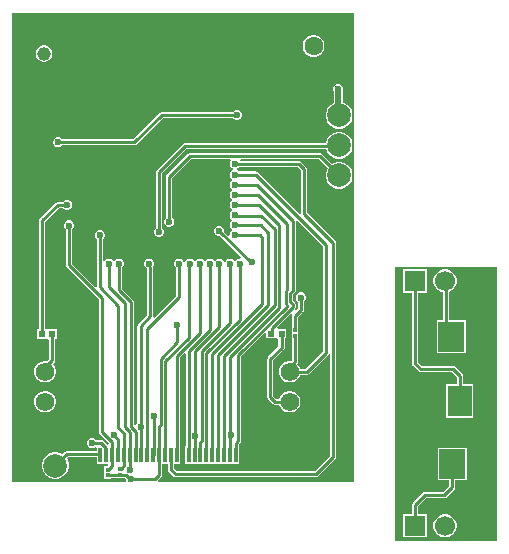
<source format=gtl>
G04*
G04 #@! TF.GenerationSoftware,Altium Limited,Altium Designer,24.2.2 (26)*
G04*
G04 Layer_Physical_Order=1*
G04 Layer_Color=255*
%FSLAX44Y44*%
%MOMM*%
G71*
G04*
G04 #@! TF.SameCoordinates,B64C3CBE-EE26-4C86-9773-21E75D238B38*
G04*
G04*
G04 #@! TF.FilePolarity,Positive*
G04*
G01*
G75*
%ADD10C,0.2540*%
%ADD14C,2.0000*%
%ADD15R,2.2000X2.5000*%
%ADD16R,1.2000X2.5000*%
%ADD17R,2.0000X2.5920*%
%ADD18R,0.3000X1.2000*%
%ADD19R,2.0000X1.8000*%
%ADD36R,0.3240X0.3031*%
%ADD37R,0.5657X0.5400*%
%ADD38C,0.5080*%
%ADD39C,1.6000*%
%ADD40R,1.7000X1.7000*%
%ADD41C,1.7000*%
%ADD42C,1.5748*%
%ADD43R,1.5748X1.5748*%
%ADD44C,1.1500*%
%ADD45C,1.5000*%
%ADD46C,0.6000*%
G36*
X332225Y171959D02*
X332225Y171958D01*
Y132588D01*
X332225Y132587D01*
Y91447D01*
X166177D01*
X165812Y92139D01*
X165721Y92717D01*
X168963Y95959D01*
X169525Y96799D01*
X169722Y97790D01*
Y107284D01*
X174565D01*
Y102245D01*
X174762Y101254D01*
X175324Y100414D01*
X179271Y96467D01*
X180111Y95905D01*
X181102Y95708D01*
X300228D01*
X301219Y95905D01*
X302059Y96467D01*
X316537Y110945D01*
X317099Y111785D01*
X317296Y112776D01*
Y294132D01*
X317099Y295123D01*
X316537Y295963D01*
X292658Y319843D01*
Y356870D01*
X292461Y357861D01*
X291899Y358701D01*
X287581Y363019D01*
X286741Y363581D01*
X285750Y363778D01*
X235745D01*
X235642Y363932D01*
X236321Y365202D01*
X301901D01*
X309941Y357162D01*
X309030Y355583D01*
X308262Y352717D01*
Y349750D01*
X309030Y346883D01*
X310514Y344313D01*
X312612Y342215D01*
X315182Y340731D01*
X318048Y339963D01*
X321016D01*
X323882Y340731D01*
X326452Y342215D01*
X328550Y344313D01*
X330034Y346883D01*
X330802Y349750D01*
Y352717D01*
X330034Y355583D01*
X328550Y358153D01*
X326452Y360252D01*
X323882Y361735D01*
X321016Y362503D01*
X318048D01*
X315182Y361735D01*
X313604Y360824D01*
X304805Y369623D01*
X303964Y370185D01*
X302973Y370382D01*
X193294D01*
X192303Y370185D01*
X191463Y369623D01*
X173937Y352097D01*
X173375Y351257D01*
X173178Y350266D01*
Y315615D01*
X172148Y314585D01*
X171498Y313015D01*
Y311317D01*
X172148Y309747D01*
X173349Y308546D01*
X174919Y307896D01*
X176617D01*
X178187Y308546D01*
X179388Y309747D01*
X180038Y311317D01*
Y313015D01*
X179388Y314585D01*
X178358Y315615D01*
Y349193D01*
X194367Y365202D01*
X227320D01*
X227846Y363932D01*
X227520Y363607D01*
X226870Y362037D01*
Y361679D01*
X226772Y361188D01*
X226870Y360696D01*
Y360339D01*
X227520Y358769D01*
X228721Y357568D01*
X229360Y357303D01*
Y355929D01*
X228721Y355664D01*
X227520Y354463D01*
X226870Y352893D01*
Y351195D01*
X227520Y349625D01*
X228721Y348424D01*
X229054Y348286D01*
Y346912D01*
X228721Y346774D01*
X227520Y345573D01*
X226870Y344003D01*
Y342305D01*
X227520Y340735D01*
X228721Y339534D01*
X228747Y339523D01*
Y338149D01*
X228721Y338138D01*
X227520Y336937D01*
X226870Y335367D01*
Y333669D01*
X227520Y332099D01*
X228557Y331063D01*
X228649Y330327D01*
X228557Y329591D01*
X227520Y328555D01*
X226870Y326985D01*
Y325287D01*
X227520Y323717D01*
X228721Y322516D01*
X228747Y322505D01*
Y321131D01*
X228721Y321120D01*
X227520Y319919D01*
X226870Y318349D01*
Y316651D01*
X227520Y315081D01*
X228377Y314224D01*
X228597Y313436D01*
X228377Y312648D01*
X227520Y311791D01*
X226870Y310221D01*
Y308523D01*
X227520Y306953D01*
X228721Y305752D01*
X228747Y305741D01*
Y304367D01*
X228721Y304356D01*
X227520Y303155D01*
X226870Y301585D01*
Y300812D01*
X225600Y300287D01*
X222202Y303685D01*
Y305141D01*
X221552Y306711D01*
X220351Y307912D01*
X218781Y308562D01*
X217083D01*
X215513Y307912D01*
X214312Y306711D01*
X213662Y305141D01*
Y303443D01*
X214312Y301873D01*
X215513Y300672D01*
X217083Y300022D01*
X218540D01*
X236416Y282146D01*
X235889Y280876D01*
X234863D01*
X233293Y280226D01*
X232257Y279189D01*
X231521Y279097D01*
X230786Y279189D01*
X229749Y280226D01*
X228179Y280876D01*
X226481D01*
X224911Y280226D01*
X223710Y279025D01*
X223445Y278386D01*
X222071D01*
X221806Y279025D01*
X220605Y280226D01*
X219035Y280876D01*
X217337D01*
X215767Y280226D01*
X215079Y279537D01*
X214249Y279167D01*
X213419Y279537D01*
X212731Y280226D01*
X211161Y280876D01*
X209463D01*
X207893Y280226D01*
X206856Y279189D01*
X206121Y279097D01*
X205385Y279189D01*
X204349Y280226D01*
X202779Y280876D01*
X201081D01*
X199511Y280226D01*
X198310Y279025D01*
X198172Y278692D01*
X196798D01*
X196660Y279025D01*
X195459Y280226D01*
X193889Y280876D01*
X192191D01*
X190621Y280226D01*
X189420Y279025D01*
X189155Y278386D01*
X187781D01*
X187516Y279025D01*
X186315Y280226D01*
X184745Y280876D01*
X183047D01*
X181477Y280226D01*
X180276Y279025D01*
X179626Y277455D01*
Y275757D01*
X180276Y274187D01*
X181477Y272986D01*
X181560Y272952D01*
Y249101D01*
X163314Y230856D01*
X161980Y231186D01*
X161924Y231261D01*
X162102Y232156D01*
Y273812D01*
X162042Y274113D01*
X162116Y274187D01*
X162766Y275757D01*
Y277455D01*
X162116Y279025D01*
X160915Y280226D01*
X159345Y280876D01*
X157647D01*
X156077Y280226D01*
X154876Y279025D01*
X154226Y277455D01*
Y275757D01*
X154876Y274187D01*
X156077Y272986D01*
X156922Y272636D01*
Y233229D01*
X149553Y225859D01*
X148991Y225019D01*
X148794Y224028D01*
Y141371D01*
X147764Y140341D01*
X146294Y140109D01*
X145846Y140472D01*
Y244348D01*
X145649Y245339D01*
X145087Y246179D01*
X135940Y255327D01*
Y273157D01*
X136970Y274187D01*
X137620Y275757D01*
Y277455D01*
X136970Y279025D01*
X135769Y280226D01*
X134199Y280876D01*
X132501D01*
X130931Y280226D01*
X129730Y279025D01*
X129592Y278692D01*
X128218D01*
X128080Y279025D01*
X126879Y280226D01*
X125309Y280876D01*
X123611D01*
X122041Y280226D01*
X120840Y279025D01*
X120700Y278686D01*
X119430Y278939D01*
Y297033D01*
X120460Y298063D01*
X121110Y299633D01*
Y301331D01*
X120460Y302901D01*
X119259Y304102D01*
X117689Y304752D01*
X115991D01*
X114421Y304102D01*
X113220Y302901D01*
X112570Y301331D01*
Y299633D01*
X113220Y298063D01*
X114250Y297033D01*
Y257222D01*
X113120Y256662D01*
X113026Y256651D01*
X93387Y276290D01*
Y305396D01*
X94417Y306426D01*
X95067Y307995D01*
Y309694D01*
X94417Y311264D01*
X93216Y312465D01*
X91646Y313115D01*
X89948D01*
X88378Y312465D01*
X87177Y311264D01*
X86527Y309694D01*
Y307995D01*
X87177Y306426D01*
X88207Y305396D01*
Y275217D01*
X88405Y274226D01*
X88966Y273386D01*
X116028Y246323D01*
Y134405D01*
X116225Y133414D01*
X116787Y132574D01*
X124493Y124868D01*
X124366Y123650D01*
X123257Y123206D01*
X120172Y126291D01*
X119332Y126853D01*
X118341Y127050D01*
X113939D01*
X112909Y128080D01*
X111339Y128730D01*
X109641D01*
X108071Y128080D01*
X106870Y126879D01*
X106220Y125309D01*
Y123611D01*
X106870Y122041D01*
X108071Y120840D01*
X109641Y120190D01*
X111339D01*
X112909Y120840D01*
X113115Y121046D01*
X114385Y120520D01*
Y118160D01*
X88900D01*
X87909Y117963D01*
X87069Y117401D01*
X85015Y115348D01*
X83598Y116166D01*
X80732Y116934D01*
X77764D01*
X74898Y116166D01*
X72328Y114682D01*
X70230Y112584D01*
X68746Y110014D01*
X67978Y107148D01*
Y104180D01*
X68746Y101314D01*
X70230Y98744D01*
X72328Y96646D01*
X74898Y95162D01*
X77764Y94394D01*
X80732D01*
X83598Y95162D01*
X86168Y96646D01*
X88266Y98744D01*
X89750Y101314D01*
X90518Y104180D01*
Y107148D01*
X89750Y110014D01*
X88746Y111753D01*
X89973Y112980D01*
X114385D01*
Y107284D01*
X123520D01*
X124046Y106014D01*
X122926Y104894D01*
X120808D01*
Y94491D01*
X126588D01*
Y94687D01*
X134008D01*
X134300Y94745D01*
X134361D01*
X134612Y94696D01*
X138116D01*
X138732Y94079D01*
Y93559D01*
X139080Y92717D01*
X138265Y91447D01*
X42679D01*
Y488689D01*
X332225D01*
Y171959D01*
D02*
G37*
G36*
X287478Y355797D02*
Y318944D01*
X287066Y318631D01*
X286264Y318362D01*
X250751Y353875D01*
X249911Y354437D01*
X248920Y354634D01*
X234589D01*
X233559Y355664D01*
X232920Y355929D01*
Y357303D01*
X233559Y357568D01*
X234589Y358598D01*
X284677D01*
X287478Y355797D01*
D02*
G37*
G36*
X306020Y291281D02*
Y202241D01*
X291535Y187756D01*
X286395D01*
X286143Y188696D01*
X284939Y190781D01*
X284111Y191609D01*
X284587Y192321D01*
X284784Y193312D01*
Y212472D01*
X285084D01*
Y222874D01*
X284784D01*
Y231552D01*
X288851Y235620D01*
X289413Y236460D01*
X289610Y237451D01*
Y244455D01*
X290640Y245485D01*
X291290Y247055D01*
Y248753D01*
X290640Y250323D01*
X289439Y251524D01*
X287869Y252174D01*
X286171D01*
X284601Y251524D01*
X283400Y250323D01*
X282750Y248753D01*
Y247055D01*
X283400Y245485D01*
X284430Y244455D01*
Y238523D01*
X283366Y237459D01*
X282379Y238269D01*
X282555Y238531D01*
X282752Y239522D01*
Y242190D01*
X282555Y243181D01*
X281993Y244021D01*
X280720Y245294D01*
Y250514D01*
X281993Y251787D01*
X282555Y252627D01*
X282752Y253618D01*
Y312754D01*
X283164Y313067D01*
X283965Y313336D01*
X306020Y291281D01*
D02*
G37*
G36*
X279977Y233878D02*
X279801Y233616D01*
X279604Y232625D01*
Y222874D01*
X279304D01*
Y212472D01*
X279604D01*
Y195416D01*
X278826Y194310D01*
X276418D01*
X274093Y193687D01*
X272008Y192483D01*
X270305Y190781D01*
X269101Y188696D01*
X268478Y186370D01*
Y183962D01*
X269101Y181637D01*
X270305Y179552D01*
X272008Y177849D01*
X274093Y176645D01*
X276418Y176022D01*
X278826D01*
X281152Y176645D01*
X283237Y177849D01*
X284939Y179552D01*
X286143Y181637D01*
X286395Y182576D01*
X292608D01*
X293599Y182773D01*
X294439Y183335D01*
X310441Y199337D01*
X310846Y199943D01*
X312001Y199778D01*
X312116Y199732D01*
Y113849D01*
X299155Y100888D01*
X182175D01*
X179745Y103318D01*
Y107284D01*
X184926D01*
Y121824D01*
X184746D01*
Y197139D01*
X188393Y200787D01*
X189566Y200301D01*
Y121824D01*
X189386D01*
Y107284D01*
X234926D01*
Y121824D01*
X234746D01*
Y123291D01*
X236019Y124565D01*
X236581Y125405D01*
X236778Y126396D01*
Y198063D01*
X256856Y218142D01*
X258030Y217656D01*
Y213454D01*
X265416D01*
X266226Y213454D01*
X267297Y213454D01*
X268195Y212556D01*
Y206579D01*
X259535Y197919D01*
X258973Y197079D01*
X258776Y196088D01*
Y163701D01*
X258973Y162710D01*
X259535Y161870D01*
X263465Y157940D01*
X264305Y157379D01*
X265296Y157182D01*
X268848D01*
X269101Y156236D01*
X270305Y154151D01*
X272008Y152449D01*
X274093Y151245D01*
X276418Y150622D01*
X278826D01*
X281152Y151245D01*
X283237Y152449D01*
X284939Y154151D01*
X286143Y156236D01*
X286766Y158562D01*
Y160970D01*
X286143Y163295D01*
X284939Y165380D01*
X283237Y167083D01*
X281152Y168287D01*
X278826Y168910D01*
X276418D01*
X274093Y168287D01*
X272008Y167083D01*
X270305Y165380D01*
X269101Y163295D01*
X268851Y162361D01*
X266369D01*
X263956Y164774D01*
Y195015D01*
X272616Y203675D01*
X273177Y204515D01*
X273374Y205506D01*
Y213454D01*
X274883D01*
Y221394D01*
X267493D01*
X266966Y222664D01*
X278990Y234688D01*
X279977Y233878D01*
D02*
G37*
G36*
X452875Y41917D02*
X366783D01*
Y132587D01*
X366783Y132588D01*
Y171906D01*
X366783Y171954D01*
X366783Y171954D01*
Y171958D01*
X366783Y171958D01*
Y171958D01*
X366783Y171959D01*
Y273558D01*
X452875D01*
Y41917D01*
D02*
G37*
%LPC*%
G36*
X299096Y470026D02*
X296656D01*
X294298Y469394D01*
X292184Y468174D01*
X290458Y466448D01*
X289238Y464334D01*
X288606Y461976D01*
Y459536D01*
X289238Y457178D01*
X290458Y455064D01*
X292184Y453338D01*
X294298Y452118D01*
X296656Y451486D01*
X299096D01*
X301454Y452118D01*
X303568Y453338D01*
X305294Y455064D01*
X306514Y457178D01*
X307146Y459536D01*
Y461976D01*
X306514Y464334D01*
X305294Y466448D01*
X303568Y468174D01*
X301454Y469394D01*
X299096Y470026D01*
D02*
G37*
G36*
X70520Y461293D02*
X68672D01*
X66886Y460814D01*
X65286Y459890D01*
X63979Y458583D01*
X63054Y456982D01*
X62576Y455197D01*
Y453348D01*
X63054Y451563D01*
X63979Y449962D01*
X65286Y448655D01*
X66886Y447731D01*
X68672Y447253D01*
X70520D01*
X72306Y447731D01*
X73906Y448655D01*
X75213Y449962D01*
X76138Y451563D01*
X76616Y453348D01*
Y455197D01*
X76138Y456982D01*
X75213Y458583D01*
X73906Y459890D01*
X72306Y460814D01*
X70520Y461293D01*
D02*
G37*
G36*
X234021Y406860D02*
X232323D01*
X230753Y406210D01*
X229723Y405180D01*
X169632D01*
X168641Y404983D01*
X167801Y404421D01*
X145191Y381812D01*
X85237D01*
X84207Y382842D01*
X82637Y383492D01*
X80939D01*
X79369Y382842D01*
X78168Y381641D01*
X77518Y380071D01*
Y378373D01*
X78168Y376803D01*
X79369Y375602D01*
X80939Y374952D01*
X82637D01*
X84207Y375602D01*
X85237Y376632D01*
X146264D01*
X147255Y376829D01*
X148095Y377391D01*
X170705Y400000D01*
X229723D01*
X230753Y398970D01*
X232323Y398320D01*
X234021D01*
X235591Y398970D01*
X236792Y400171D01*
X237442Y401741D01*
Y403439D01*
X236792Y405009D01*
X235591Y406210D01*
X234021Y406860D01*
D02*
G37*
G36*
X319619Y428704D02*
X317921D01*
X316351Y428054D01*
X315150Y426853D01*
X314500Y425283D01*
Y423585D01*
X315061Y422229D01*
Y412466D01*
X312612Y411052D01*
X310514Y408953D01*
X309030Y406383D01*
X308262Y403517D01*
Y400550D01*
X309030Y397683D01*
X310514Y395113D01*
X312612Y393015D01*
X315182Y391531D01*
X318048Y390763D01*
X321016D01*
X323882Y391531D01*
X326452Y393015D01*
X328550Y395113D01*
X330034Y397683D01*
X330802Y400550D01*
Y403517D01*
X330034Y406383D01*
X328550Y408953D01*
X326452Y411052D01*
X323882Y412535D01*
X322831Y412817D01*
Y423079D01*
X323040Y423585D01*
Y425283D01*
X322390Y426853D01*
X321189Y428054D01*
X319619Y428704D01*
D02*
G37*
G36*
X321016Y387903D02*
X318048D01*
X315182Y387135D01*
X312612Y385652D01*
X310514Y383553D01*
X309030Y380983D01*
X308435Y378764D01*
X188976D01*
X187985Y378567D01*
X187145Y378005D01*
X165301Y356161D01*
X164739Y355321D01*
X164542Y354330D01*
Y306725D01*
X163512Y305695D01*
X162862Y304125D01*
Y302427D01*
X163512Y300857D01*
X164713Y299656D01*
X166283Y299006D01*
X167981D01*
X169551Y299656D01*
X170752Y300857D01*
X171402Y302427D01*
Y304125D01*
X170752Y305695D01*
X169722Y306725D01*
Y353257D01*
X190049Y373584D01*
X308682D01*
X309030Y372283D01*
X310514Y369713D01*
X312612Y367615D01*
X315182Y366131D01*
X318048Y365363D01*
X321016D01*
X323882Y366131D01*
X326452Y367615D01*
X328550Y369713D01*
X330034Y372283D01*
X330802Y375150D01*
Y378117D01*
X330034Y380983D01*
X328550Y383553D01*
X326452Y385652D01*
X323882Y387135D01*
X321016Y387903D01*
D02*
G37*
G36*
X90257Y330660D02*
X88559D01*
X86989Y330010D01*
X85959Y328980D01*
X81280D01*
X80289Y328783D01*
X79449Y328221D01*
X66231Y315003D01*
X65669Y314163D01*
X65472Y313172D01*
Y220886D01*
X63963D01*
Y212946D01*
X71350D01*
X72160Y212946D01*
X72966D01*
X73864Y212048D01*
Y195655D01*
X72371Y194161D01*
X71816Y194310D01*
X69408D01*
X67083Y193687D01*
X64998Y192483D01*
X63295Y190781D01*
X62091Y188696D01*
X61468Y186370D01*
Y183962D01*
X62091Y181637D01*
X63295Y179552D01*
X64998Y177849D01*
X67083Y176645D01*
X69408Y176022D01*
X71816D01*
X74142Y176645D01*
X76227Y177849D01*
X77929Y179552D01*
X79133Y181637D01*
X79756Y183962D01*
Y186370D01*
X79133Y188696D01*
X77929Y190781D01*
X77122Y191588D01*
X78285Y192751D01*
X78847Y193591D01*
X79044Y194582D01*
Y212946D01*
X80816D01*
Y220886D01*
X73430D01*
X72620Y220886D01*
X71550Y220886D01*
X70652Y221784D01*
Y312099D01*
X82353Y323800D01*
X85959D01*
X86989Y322770D01*
X88559Y322120D01*
X90257D01*
X91827Y322770D01*
X93028Y323971D01*
X93678Y325541D01*
Y327239D01*
X93028Y328809D01*
X91827Y330010D01*
X90257Y330660D01*
D02*
G37*
G36*
X71816Y168910D02*
X69408D01*
X67083Y168287D01*
X64998Y167083D01*
X63295Y165380D01*
X62091Y163295D01*
X61468Y160970D01*
Y158562D01*
X62091Y156236D01*
X63295Y154151D01*
X64998Y152449D01*
X67083Y151245D01*
X69408Y150622D01*
X71816D01*
X74142Y151245D01*
X76227Y152449D01*
X77929Y154151D01*
X79133Y156236D01*
X79756Y158562D01*
Y160970D01*
X79133Y163295D01*
X77929Y165380D01*
X76227Y167083D01*
X74142Y168287D01*
X71816Y168910D01*
D02*
G37*
G36*
X410480Y271644D02*
X407908D01*
X405423Y270978D01*
X403195Y269692D01*
X401376Y267873D01*
X400090Y265645D01*
X399424Y263160D01*
Y260588D01*
X400090Y258103D01*
X401376Y255875D01*
X403195Y254056D01*
X405423Y252770D01*
X407112Y252317D01*
Y228654D01*
X402258D01*
Y201114D01*
X426798D01*
Y228654D01*
X412292D01*
Y252589D01*
X412965Y252770D01*
X415193Y254056D01*
X417012Y255875D01*
X418298Y258103D01*
X418964Y260588D01*
Y263160D01*
X418298Y265645D01*
X417012Y267873D01*
X415193Y269692D01*
X412965Y270978D01*
X410480Y271644D01*
D02*
G37*
G36*
X393564D02*
X374024D01*
Y252104D01*
X381204D01*
Y192024D01*
X381401Y191033D01*
X381963Y190193D01*
X386789Y185367D01*
X387629Y184805D01*
X388620Y184608D01*
X415233D01*
X419050Y180791D01*
Y174758D01*
X410299D01*
Y146298D01*
X432839D01*
Y174758D01*
X424230D01*
Y181864D01*
X424033Y182855D01*
X423471Y183695D01*
X418137Y189029D01*
X417297Y189591D01*
X416306Y189788D01*
X389693D01*
X386384Y193097D01*
Y252104D01*
X393564D01*
Y271644D01*
D02*
G37*
G36*
X410480Y64380D02*
X407908D01*
X405423Y63714D01*
X403195Y62428D01*
X401376Y60609D01*
X400090Y58381D01*
X399424Y55896D01*
Y53324D01*
X400090Y50839D01*
X401376Y48611D01*
X403195Y46792D01*
X405423Y45506D01*
X407908Y44840D01*
X410480D01*
X412965Y45506D01*
X415193Y46792D01*
X417012Y48611D01*
X418298Y50839D01*
X418964Y53324D01*
Y55896D01*
X418298Y58381D01*
X417012Y60609D01*
X415193Y62428D01*
X412965Y63714D01*
X410480Y64380D01*
D02*
G37*
G36*
X427560Y120704D02*
X403020D01*
Y93164D01*
X412700D01*
Y88195D01*
X407613Y83108D01*
X391922D01*
X390931Y82911D01*
X390091Y82349D01*
X381963Y74221D01*
X381401Y73381D01*
X381204Y72390D01*
Y64380D01*
X374024D01*
Y44840D01*
X393564D01*
Y64380D01*
X386384D01*
Y71317D01*
X392995Y77928D01*
X408686D01*
X409677Y78125D01*
X410517Y78687D01*
X417121Y85291D01*
X417683Y86131D01*
X417880Y87122D01*
Y93164D01*
X427560D01*
Y120704D01*
D02*
G37*
%LPD*%
D10*
X274320Y242644D02*
X275082Y241882D01*
X280162Y253618D02*
Y312928D01*
X278130Y251586D02*
X280162Y253618D01*
X278130Y244222D02*
X280162Y242190D01*
X274320Y253165D02*
X275082Y253927D01*
X278130Y244222D02*
Y251586D01*
X280162Y239522D02*
Y242190D01*
X275082Y240030D02*
Y241882D01*
X274320Y242644D02*
Y253165D01*
X275082Y253927D02*
Y309880D01*
X282194Y220089D02*
Y232625D01*
X287020Y237451D01*
Y247904D01*
X263014Y222374D02*
X280162Y239522D01*
X277622Y188740D02*
X282194Y193312D01*
Y215257D01*
X277622Y185166D02*
Y188740D01*
X302973Y367792D02*
X319532Y351233D01*
X193294Y367792D02*
X302973D01*
X175768Y350266D02*
X193294Y367792D01*
X175768Y312166D02*
Y350266D01*
X421640Y160599D02*
Y181864D01*
X421569Y160528D02*
X421640Y160599D01*
X388620Y187198D02*
X416306D01*
X421640Y181864D01*
X383794Y192024D02*
Y261874D01*
Y192024D02*
X388620Y187198D01*
X408686Y80518D02*
X415290Y87122D01*
Y106934D01*
X391922Y80518D02*
X408686D01*
X383794Y72390D02*
X391922Y80518D01*
X383794Y54610D02*
Y72390D01*
X409702Y219710D02*
X414528Y214884D01*
X409702Y219710D02*
Y261874D01*
X76454Y216652D02*
X76718Y216916D01*
X76454Y194582D02*
Y216652D01*
X70612Y188740D02*
X76454Y194582D01*
X70612Y185166D02*
Y188740D01*
X79248Y105918D02*
X88900Y115570D01*
X79248Y105664D02*
Y105918D01*
X88900Y115570D02*
X116925D01*
X265296Y159772D02*
X277616D01*
X277622Y159766D01*
X261366Y163701D02*
X265296Y159772D01*
X261366Y163701D02*
Y196088D01*
X270784Y205506D02*
Y217424D01*
X261366Y196088D02*
X270784Y205506D01*
X277622Y185166D02*
X292608D01*
X308610Y201168D01*
X172164Y135496D02*
Y151701D01*
X172156Y114554D02*
Y135489D01*
X168354Y139906D02*
Y150123D01*
X167155Y138707D02*
X168354Y139906D01*
X167155Y114554D02*
Y138707D01*
X172156Y135489D02*
X172164Y135496D01*
X168346Y150131D02*
Y195778D01*
X182626Y210058D02*
Y224282D01*
X168346Y195778D02*
X182626Y210058D01*
X172156Y193746D02*
X192278Y213868D01*
X172156Y151709D02*
Y193746D01*
X192278Y213868D02*
Y273812D01*
X210058Y220726D02*
Y274574D01*
X201676Y217732D02*
Y275590D01*
X192156Y114554D02*
Y202824D01*
X182156Y198212D02*
X201676Y217732D01*
X192156Y202824D02*
X210058Y220726D01*
X182156Y114554D02*
Y198212D01*
X197696Y202776D02*
X217932Y223012D01*
Y276098D01*
X197696Y130386D02*
Y202776D01*
X203345Y202329D02*
X227330Y226314D01*
X203345Y126383D02*
Y202329D01*
X227330Y226314D02*
Y275590D01*
X207155Y200605D02*
X235712Y229162D01*
X207155Y114554D02*
Y200605D01*
X235712Y229162D02*
Y276606D01*
X212156Y114554D02*
Y200218D01*
X254508Y242570D01*
Y298450D01*
X217155Y198921D02*
X259588Y241354D01*
Y302768D01*
X217155Y114554D02*
Y198921D01*
X222156Y198534D02*
X265176Y241554D01*
X222156Y114554D02*
Y198534D01*
X265176Y241554D02*
Y305816D01*
X227076Y197465D02*
X268986Y239375D01*
Y309118D01*
X227076Y132192D02*
Y197465D01*
X234188Y126396D02*
Y199136D01*
X275082Y240030D01*
X263014Y218182D02*
Y222374D01*
X262256Y217424D02*
X263014Y218182D01*
X184150Y248029D02*
Y274828D01*
X157155Y221033D02*
X184150Y248029D01*
X157155Y114554D02*
Y221033D01*
X159512Y232156D02*
Y273812D01*
X151384Y137922D02*
Y224028D01*
X159512Y232156D01*
X168346Y150131D02*
X168354Y150123D01*
X172156Y151709D02*
X172164Y151701D01*
X162386Y147400D02*
X162814Y147828D01*
X162386Y114784D02*
Y147400D01*
X162156Y114554D02*
X162386Y114784D01*
X151384Y137922D02*
X152046Y137260D01*
X147155Y114554D02*
Y134316D01*
X143256Y138215D02*
X147155Y134316D01*
X142156Y114554D02*
Y133927D01*
X138176Y137907D02*
X142156Y133927D01*
X244602Y277622D02*
X245872D01*
X217932Y304292D02*
X244602Y277622D01*
X146264Y379222D02*
X169632Y402590D01*
X81788Y379222D02*
X146264D01*
X169632Y402590D02*
X233172D01*
X167132Y354330D02*
X188976Y376174D01*
X319073D01*
X167132Y303276D02*
Y354330D01*
X319073Y376174D02*
X319532Y376633D01*
X197385Y114784D02*
Y129991D01*
X197155Y114554D02*
X197385Y114784D01*
Y129991D02*
X197696Y130302D01*
X202156Y125194D02*
X203345Y126383D01*
X202156Y114554D02*
Y125194D01*
X290068Y318770D02*
X314706Y294132D01*
X300228Y98298D02*
X314706Y112776D01*
Y294132D01*
X285750Y361188D02*
X290068Y356870D01*
Y318770D02*
Y356870D01*
X229362Y361188D02*
X285750D01*
X308610Y201168D02*
Y292354D01*
X231140Y352044D02*
X248920D01*
X308610Y292354D01*
X231902Y343154D02*
X249936D01*
X280162Y312928D01*
X231648Y334518D02*
X250444D01*
X275082Y309880D01*
X231394Y326136D02*
X251968D01*
X268986Y309118D01*
X181102Y98298D02*
X300228D01*
X177155Y102245D02*
X181102Y98298D01*
X177155Y102245D02*
Y114554D01*
X90797Y275217D02*
Y308845D01*
Y275217D02*
X118618Y247396D01*
Y134405D02*
Y247396D01*
Y134405D02*
X127155Y125868D01*
Y114554D02*
Y125868D01*
X116840Y256794D02*
Y300482D01*
Y256794D02*
X132588Y241046D01*
X124460Y256794D02*
X138176Y243078D01*
X124460Y256794D02*
Y273812D01*
X133350Y254254D02*
Y274066D01*
Y254254D02*
X143256Y244348D01*
X132588Y137745D02*
Y241046D01*
X137155Y114554D02*
Y133178D01*
X132588Y137745D02*
X137155Y133178D01*
X138176Y137907D02*
Y243078D01*
X143256Y138215D02*
Y244348D01*
X129286Y130636D02*
X132156Y127766D01*
Y114554D02*
Y127766D01*
X129286Y130636D02*
Y131572D01*
X121926Y114784D02*
Y120875D01*
X110490Y124460D02*
X118341D01*
X121926Y114784D02*
X122156Y114554D01*
X118341Y124460D02*
X121926Y120875D01*
X158496Y274828D02*
X159512Y273812D01*
X152046Y135308D02*
X152156Y135198D01*
X152046Y135308D02*
Y137260D01*
X152156Y114554D02*
Y135198D01*
X183896Y275082D02*
X184150Y274828D01*
X192278Y273812D02*
X193040Y274574D01*
X201676Y275590D02*
X201930Y275844D01*
X210058Y274574D02*
X210312Y274828D01*
X217932Y276098D02*
X218186Y276352D01*
X230632Y300736D02*
X252222D01*
X254508Y298450D01*
X252984Y309372D02*
X259588Y302768D01*
X231394Y309372D02*
X252984D01*
X232156Y114554D02*
Y124364D01*
X227076Y132192D02*
X227696Y131572D01*
X232156Y124364D02*
X234188Y126396D01*
X253746Y317246D02*
X265176Y305816D01*
X232156Y317246D02*
X253746D01*
X231902Y317500D02*
X232156Y317246D01*
X227155Y114554D02*
Y131493D01*
X167132Y97790D02*
Y114531D01*
X143002Y94408D02*
X163750D01*
X167132Y97790D01*
X142066Y94408D02*
X143002D01*
X167132Y114531D02*
X167155Y114554D01*
X134612Y97285D02*
X139188D01*
X142066Y94408D01*
X134366Y97531D02*
X134612Y97285D01*
X142386Y102724D02*
X142867Y102243D01*
X142386Y102724D02*
Y114324D01*
X142867Y102243D02*
X142879Y102256D01*
X142156Y114554D02*
X142386Y114324D01*
X137155Y105620D02*
Y114554D01*
X136700Y105165D02*
X137155Y105620D01*
X136700Y104592D02*
Y105165D01*
X134470Y102362D02*
X136700Y104592D01*
X81280Y326390D02*
X89408D01*
X68062Y313172D02*
X81280Y326390D01*
X68062Y216916D02*
Y313172D01*
X134008Y97277D02*
X134262Y97531D01*
X134366D01*
X123698Y97277D02*
X134008D01*
X123802Y102108D02*
X127155Y105461D01*
X123698Y102108D02*
X123802D01*
X127155Y105461D02*
Y114554D01*
X134366Y102362D02*
X134470D01*
X117155Y114554D02*
Y115340D01*
X116925Y115570D02*
X117155Y115340D01*
D14*
X79248Y105664D02*
D03*
X319532Y402033D02*
D03*
Y351233D02*
D03*
Y376633D02*
D03*
Y325833D02*
D03*
D15*
X414528Y214884D02*
D03*
X415290Y106934D02*
D03*
D16*
X395028Y214884D02*
D03*
X395790Y106934D02*
D03*
D17*
X390723Y160528D02*
D03*
X421569D02*
D03*
D18*
X232156Y114554D02*
D03*
X227155D02*
D03*
X222156D02*
D03*
X217155D02*
D03*
X212156D02*
D03*
X207155D02*
D03*
X202156D02*
D03*
X197155D02*
D03*
X192156D02*
D03*
X187155D02*
D03*
X182156D02*
D03*
X177155D02*
D03*
X172156D02*
D03*
X167155D02*
D03*
X162156D02*
D03*
X157155D02*
D03*
X152156D02*
D03*
X147155D02*
D03*
X142156D02*
D03*
X137155D02*
D03*
X132156D02*
D03*
X127155D02*
D03*
X122156D02*
D03*
X117155D02*
D03*
D19*
X247655Y147053D02*
D03*
X101656D02*
D03*
D36*
X282194Y220089D02*
D03*
Y215257D02*
D03*
X134366Y97531D02*
D03*
Y102362D02*
D03*
X123698Y97277D02*
D03*
Y102108D02*
D03*
D37*
X76718Y216916D02*
D03*
X68062D02*
D03*
X270784Y217424D02*
D03*
X262128D02*
D03*
D38*
X318946Y402619D02*
Y424258D01*
Y402619D02*
X319532Y402033D01*
X318770Y424434D02*
X318946Y424258D01*
D39*
X277876Y460756D02*
D03*
X297876D02*
D03*
D40*
X383794Y261874D02*
D03*
Y54610D02*
D03*
D41*
X409194Y261874D02*
D03*
X434594D02*
D03*
X409194Y54610D02*
D03*
X434594D02*
D03*
D42*
X277622Y185166D02*
D03*
Y159766D02*
D03*
X70612Y185166D02*
D03*
Y159766D02*
D03*
D43*
X277622Y134366D02*
D03*
X70612D02*
D03*
D44*
X69596Y454273D02*
D03*
Y469271D02*
D03*
D45*
X274574Y344678D02*
D03*
X74422D02*
D03*
D46*
X287020Y247904D02*
D03*
X76454Y425450D02*
D03*
X84074D02*
D03*
Y432816D02*
D03*
X76454D02*
D03*
X47244Y138938D02*
D03*
X54864D02*
D03*
Y146304D02*
D03*
X47244D02*
D03*
Y124714D02*
D03*
X54864D02*
D03*
Y132080D02*
D03*
X47244D02*
D03*
X49022Y228854D02*
D03*
X56642D02*
D03*
Y236220D02*
D03*
X49022D02*
D03*
X298704Y126492D02*
D03*
Y118618D02*
D03*
X298675Y134183D02*
D03*
Y141803D02*
D03*
X306832Y141732D02*
D03*
Y134112D02*
D03*
Y118364D02*
D03*
Y126238D02*
D03*
X93726Y165354D02*
D03*
X101346D02*
D03*
X93726Y172466D02*
D03*
X101346D02*
D03*
X93726Y180340D02*
D03*
X101346D02*
D03*
X273050Y104394D02*
D03*
X280670D02*
D03*
X257556D02*
D03*
X265176D02*
D03*
X243332D02*
D03*
X250190D02*
D03*
X166624Y254000D02*
D03*
X174244D02*
D03*
X143510Y254254D02*
D03*
X151130D02*
D03*
X94488Y195580D02*
D03*
X102108D02*
D03*
Y188214D02*
D03*
X94488D02*
D03*
X49022Y222504D02*
D03*
X56642D02*
D03*
Y215138D02*
D03*
X49022D02*
D03*
X94488Y210566D02*
D03*
X102108D02*
D03*
Y203200D02*
D03*
X94488D02*
D03*
X298704Y338074D02*
D03*
X306324D02*
D03*
Y330708D02*
D03*
X298704D02*
D03*
X316230Y441960D02*
D03*
X323850D02*
D03*
Y434594D02*
D03*
X316230D02*
D03*
X276098Y425450D02*
D03*
Y418084D02*
D03*
X262636Y425450D02*
D03*
X270256D02*
D03*
Y418084D02*
D03*
X262636D02*
D03*
X51054Y315722D02*
D03*
X58674D02*
D03*
Y308356D02*
D03*
X51054D02*
D03*
X50800Y330454D02*
D03*
X58420D02*
D03*
Y323088D02*
D03*
X50800D02*
D03*
X50546Y344932D02*
D03*
X58166D02*
D03*
Y337566D02*
D03*
X50546D02*
D03*
X290576Y218694D02*
D03*
X298196D02*
D03*
Y211328D02*
D03*
X290576D02*
D03*
Y233172D02*
D03*
X298196D02*
D03*
Y225806D02*
D03*
X290576D02*
D03*
X242570Y172466D02*
D03*
X250190D02*
D03*
X242570Y179324D02*
D03*
X250190D02*
D03*
X242570Y186182D02*
D03*
X250190D02*
D03*
Y193548D02*
D03*
X242570D02*
D03*
X182626Y224282D02*
D03*
X162814Y147828D02*
D03*
X151384Y137922D02*
D03*
X245872Y277622D02*
D03*
X217932Y304292D02*
D03*
X233172Y402590D02*
D03*
X175768Y312166D02*
D03*
X81788Y379222D02*
D03*
X197696Y130302D02*
D03*
X231140Y361188D02*
D03*
X90797Y308845D02*
D03*
X116840Y300482D02*
D03*
X124460Y276606D02*
D03*
X129286Y131572D02*
D03*
X110490Y124460D02*
D03*
X133350Y276606D02*
D03*
X158496D02*
D03*
X183896D02*
D03*
X193040D02*
D03*
X201930D02*
D03*
X210312D02*
D03*
X218186D02*
D03*
X227330D02*
D03*
X235712D02*
D03*
X231140Y300736D02*
D03*
Y309372D02*
D03*
X227696Y131572D02*
D03*
X231140Y326136D02*
D03*
Y317500D02*
D03*
Y343154D02*
D03*
Y352044D02*
D03*
Y334518D02*
D03*
X143002Y94408D02*
D03*
X142879Y102256D02*
D03*
X167132Y303276D02*
D03*
X318770Y424434D02*
D03*
X89408Y326390D02*
D03*
M02*

</source>
